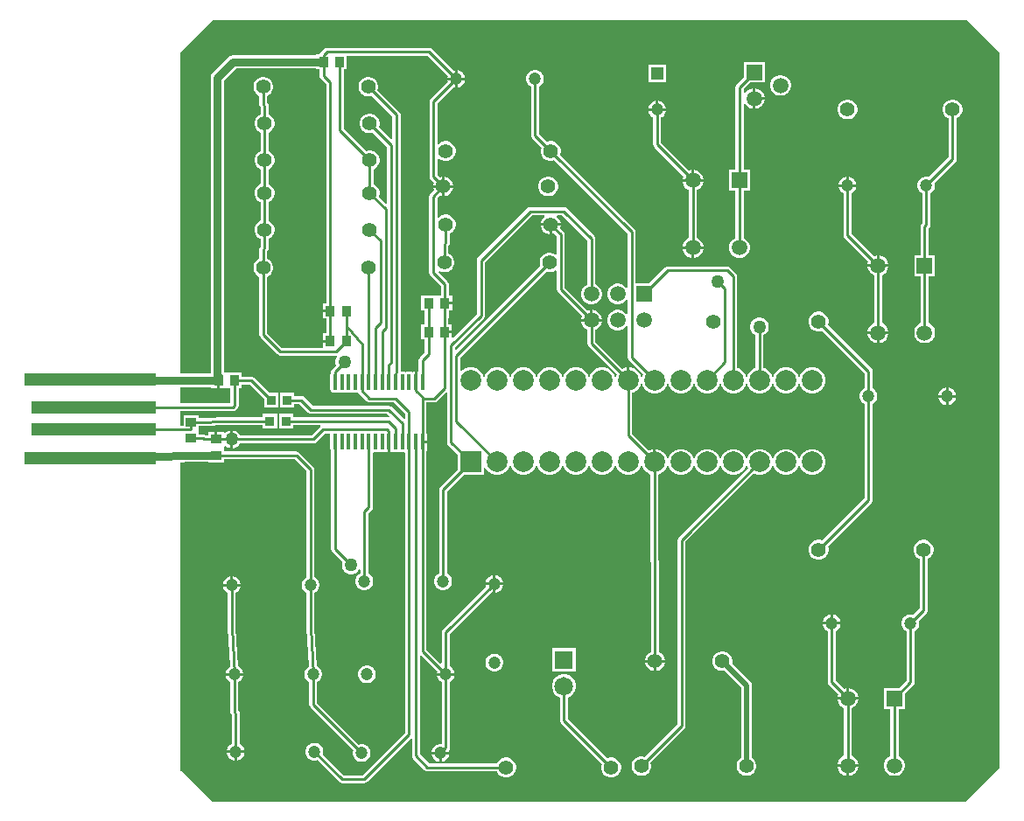
<source format=gtl>
G04*
G04 #@! TF.GenerationSoftware,Altium Limited,Altium Designer,24.10.1 (45)*
G04*
G04 Layer_Physical_Order=1*
G04 Layer_Color=255*
%FSLAX44Y44*%
%MOMM*%
G71*
G04*
G04 #@! TF.SameCoordinates,03EB8B32-1028-4CD5-B254-22B402A092A0*
G04*
G04*
G04 #@! TF.FilePolarity,Positive*
G04*
G01*
G75*
%ADD14C,0.2540*%
%ADD16R,0.9200X0.9800*%
%ADD17R,0.9800X0.9200*%
%ADD18R,0.8700X0.9300*%
G04:AMPARAMS|DCode=19|XSize=1.5mm|YSize=0.41mm|CornerRadius=0.0513mm|HoleSize=0mm|Usage=FLASHONLY|Rotation=270.000|XOffset=0mm|YOffset=0mm|HoleType=Round|Shape=RoundedRectangle|*
%AMROUNDEDRECTD19*
21,1,1.5000,0.3075,0,0,270.0*
21,1,1.3975,0.4100,0,0,270.0*
1,1,0.1025,-0.1538,-0.6988*
1,1,0.1025,-0.1538,0.6988*
1,1,0.1025,0.1538,0.6988*
1,1,0.1025,0.1538,-0.6988*
%
%ADD19ROUNDEDRECTD19*%
%ADD20R,12.0650X1.2700*%
%ADD21R,12.7000X1.2700*%
%ADD43C,0.7620*%
%ADD44C,0.5080*%
%ADD45C,1.5080*%
%ADD46R,1.5080X1.5080*%
%ADD47C,1.2000*%
%ADD48C,1.4000*%
%ADD49C,1.5000*%
%ADD50R,1.5000X1.5000*%
%ADD51R,1.2000X1.2000*%
%ADD52C,1.8150*%
%ADD53R,1.8150X1.8150*%
%ADD54C,1.4080*%
%ADD55R,1.4986X1.4986*%
%ADD56C,1.4986*%
%ADD57R,2.0000X2.0000*%
%ADD58C,2.0000*%
%ADD59C,1.2700*%
G36*
X1244600Y1033780D02*
Y341630D01*
X1211580Y308610D01*
X482600D01*
X453390Y337820D01*
X452120D01*
Y637092D01*
X459757Y637285D01*
X478970D01*
Y636620D01*
X493850D01*
Y639875D01*
X562401D01*
X573965Y628311D01*
Y525778D01*
X572606Y524994D01*
X571016Y523404D01*
X569892Y521456D01*
X569310Y519284D01*
Y517036D01*
X569892Y514864D01*
X571016Y512916D01*
X572606Y511326D01*
X573965Y510542D01*
Y477520D01*
X573987Y477413D01*
X573971Y477304D01*
X576089Y439178D01*
X575146Y438634D01*
X573556Y437044D01*
X572432Y435096D01*
X571850Y432924D01*
Y430676D01*
X572432Y428504D01*
X573556Y426556D01*
X575146Y424966D01*
X576505Y424182D01*
Y402590D01*
X576801Y401103D01*
X577643Y399843D01*
X619246Y358240D01*
X618840Y356724D01*
Y354476D01*
X619422Y352304D01*
X620546Y350356D01*
X622136Y348766D01*
X624084Y347642D01*
X626256Y347060D01*
X628504D01*
X630676Y347642D01*
X632624Y348766D01*
X634214Y350356D01*
X635338Y352304D01*
X635920Y354476D01*
Y356724D01*
X635338Y358896D01*
X634214Y360844D01*
X632624Y362434D01*
X630676Y363558D01*
X628504Y364140D01*
X626256D01*
X624740Y363734D01*
X584275Y404199D01*
Y424182D01*
X585634Y424966D01*
X587224Y426556D01*
X588348Y428504D01*
X588930Y430676D01*
Y432924D01*
X588348Y435096D01*
X587224Y437044D01*
X585634Y438634D01*
X583844Y439667D01*
X581735Y477628D01*
Y510542D01*
X583094Y511326D01*
X584684Y512916D01*
X585808Y514864D01*
X586390Y517036D01*
Y519284D01*
X585808Y521456D01*
X584684Y523404D01*
X583094Y524994D01*
X581735Y525778D01*
Y629920D01*
X581439Y631407D01*
X580597Y632667D01*
X566757Y646507D01*
X565497Y647349D01*
X564010Y647645D01*
X493850D01*
Y650900D01*
X493850D01*
Y652120D01*
X494163Y652462D01*
X495770Y652568D01*
X496191Y652146D01*
X498219Y650976D01*
X500380Y650397D01*
Y659260D01*
Y668123D01*
X498219Y667544D01*
X496191Y666374D01*
X495120Y665302D01*
X493850Y665828D01*
Y666400D01*
X487680D01*
Y659260D01*
X485140D01*
Y666400D01*
X478970D01*
Y663145D01*
X476071D01*
X475197Y663729D01*
X473710Y664025D01*
X469720D01*
Y667280D01*
X469720D01*
Y668500D01*
X469720D01*
X469720Y668550D01*
Y671993D01*
X501712Y673025D01*
X531590D01*
Y669720D01*
X545370D01*
Y684100D01*
X531590D01*
Y680795D01*
X501650D01*
X501587Y680782D01*
X501525Y680793D01*
X470632Y679796D01*
X469720Y680679D01*
Y682780D01*
X454840D01*
Y672540D01*
X452120D01*
Y686360D01*
X502832D01*
X504319Y686656D01*
X505579Y687498D01*
X507067Y688986D01*
X507909Y690246D01*
X508205Y691733D01*
Y708840D01*
X511460D01*
Y712395D01*
X518911D01*
X532680Y698626D01*
Y690040D01*
X546460D01*
Y704420D01*
X537874D01*
X523267Y719027D01*
X522007Y719869D01*
X520520Y720165D01*
X511460D01*
Y723720D01*
X497180D01*
Y723720D01*
X495960D01*
Y723720D01*
X494154D01*
Y1006968D01*
X505602Y1018416D01*
X583280D01*
Y1017450D01*
X586535D01*
Y1011304D01*
X586831Y1009818D01*
X587673Y1008557D01*
X592885Y1003345D01*
Y791030D01*
X589630D01*
Y784860D01*
X596770D01*
Y782320D01*
X589630D01*
Y776150D01*
X592885D01*
Y768988D01*
X593015Y768334D01*
Y761820D01*
X589760D01*
Y755650D01*
X596900D01*
Y753110D01*
X589760D01*
Y748105D01*
X550249D01*
X536015Y762339D01*
Y816727D01*
X537988Y817866D01*
X539764Y819642D01*
X541020Y821818D01*
X541670Y824244D01*
Y826756D01*
X541020Y829182D01*
X539764Y831358D01*
X537988Y833134D01*
X536015Y834273D01*
Y841671D01*
X536147Y841803D01*
X536989Y843063D01*
X537285Y844550D01*
Y853557D01*
X539258Y854696D01*
X541034Y856472D01*
X542290Y858648D01*
X542940Y861074D01*
Y863586D01*
X542290Y866012D01*
X541034Y868188D01*
X539258Y869964D01*
X537285Y871103D01*
Y889117D01*
X539258Y890256D01*
X541034Y892032D01*
X542290Y894208D01*
X542940Y896634D01*
Y899146D01*
X542290Y901572D01*
X541034Y903748D01*
X539258Y905524D01*
X537285Y906663D01*
Y920867D01*
X539258Y922006D01*
X541034Y923782D01*
X542290Y925958D01*
X542940Y928384D01*
Y930896D01*
X542290Y933322D01*
X541034Y935498D01*
X539258Y937274D01*
X537285Y938413D01*
Y956427D01*
X539258Y957566D01*
X541034Y959342D01*
X542290Y961518D01*
X542940Y963944D01*
Y966456D01*
X542290Y968882D01*
X541034Y971058D01*
X539258Y972834D01*
X537285Y973973D01*
Y982218D01*
X536989Y983705D01*
X536147Y984965D01*
X536015Y985097D01*
Y991987D01*
X537988Y993126D01*
X539764Y994902D01*
X541020Y997078D01*
X541670Y999504D01*
Y1002016D01*
X541020Y1004442D01*
X539764Y1006618D01*
X537988Y1008394D01*
X535812Y1009650D01*
X533386Y1010300D01*
X530874D01*
X528448Y1009650D01*
X526272Y1008394D01*
X524496Y1006618D01*
X523240Y1004442D01*
X522590Y1002016D01*
Y999504D01*
X523240Y997078D01*
X524496Y994902D01*
X526272Y993126D01*
X528245Y991987D01*
Y983488D01*
X528541Y982001D01*
X529383Y980741D01*
X529515Y980609D01*
Y973973D01*
X527542Y972834D01*
X525766Y971058D01*
X524510Y968882D01*
X523860Y966456D01*
Y963944D01*
X524510Y961518D01*
X525766Y959342D01*
X527542Y957566D01*
X529515Y956427D01*
Y938413D01*
X527542Y937274D01*
X525766Y935498D01*
X524510Y933322D01*
X523860Y930896D01*
Y928384D01*
X524510Y925958D01*
X525766Y923782D01*
X527542Y922006D01*
X529515Y920867D01*
Y906663D01*
X527542Y905524D01*
X525766Y903748D01*
X524510Y901572D01*
X523860Y899146D01*
Y896634D01*
X524510Y894208D01*
X525766Y892032D01*
X527542Y890256D01*
X529515Y889117D01*
Y871103D01*
X527542Y869964D01*
X525766Y868188D01*
X524510Y866012D01*
X523860Y863586D01*
Y861074D01*
X524510Y858648D01*
X525766Y856472D01*
X527542Y854696D01*
X529515Y853557D01*
Y846159D01*
X529383Y846027D01*
X528541Y844767D01*
X528245Y843280D01*
Y834273D01*
X526272Y833134D01*
X524496Y831358D01*
X523240Y829182D01*
X522590Y826756D01*
Y824244D01*
X523240Y821818D01*
X524496Y819642D01*
X526272Y817866D01*
X528245Y816727D01*
Y760730D01*
X528541Y759243D01*
X529383Y757983D01*
X545893Y741473D01*
X547153Y740631D01*
X548640Y740335D01*
X602240D01*
X602910Y740469D01*
X603360Y739963D01*
X603641Y739319D01*
X602586Y737491D01*
X601980Y735230D01*
Y732890D01*
X602450Y731134D01*
X598893Y727577D01*
X598051Y726317D01*
X597756Y724830D01*
Y723619D01*
X597227Y722828D01*
X596990Y721637D01*
Y707662D01*
X597227Y706471D01*
X597902Y705462D01*
X598912Y704787D01*
X600103Y704550D01*
X603178D01*
X604369Y704787D01*
X604890Y705135D01*
X605411Y704787D01*
X606603Y704550D01*
X609678D01*
X610868Y704787D01*
X611390Y705135D01*
X611911Y704787D01*
X613102Y704550D01*
X616177D01*
X617368Y704787D01*
X617890Y705135D01*
X618412Y704787D01*
X619603Y704550D01*
X622678D01*
X623869Y704787D01*
X624033Y704719D01*
X624051Y704627D01*
X624893Y703367D01*
X632253Y696007D01*
X633513Y695165D01*
X635000Y694869D01*
X658791D01*
X669256Y684405D01*
Y679272D01*
X668082Y678786D01*
X656289Y690579D01*
X655029Y691421D01*
X653542Y691717D01*
X579967D01*
X571707Y699977D01*
X570447Y700819D01*
X568960Y701115D01*
X562060D01*
Y704420D01*
X548280D01*
Y690040D01*
X562060D01*
Y693345D01*
X567351D01*
X575611Y685085D01*
X576871Y684243D01*
X578358Y683947D01*
X651933D01*
X653929Y681952D01*
X653303Y680781D01*
X653236Y680795D01*
X560970D01*
Y684100D01*
X547190D01*
Y669720D01*
X560970D01*
Y673025D01*
X587249D01*
X587634Y671755D01*
X587295Y671529D01*
X578911Y663145D01*
X509673D01*
X508764Y664719D01*
X507109Y666374D01*
X505081Y667544D01*
X502920Y668123D01*
Y659260D01*
Y650397D01*
X505081Y650976D01*
X507109Y652146D01*
X508764Y653801D01*
X509673Y655375D01*
X580520D01*
X582007Y655671D01*
X583267Y656513D01*
X591651Y664897D01*
X596203D01*
X596990Y663938D01*
Y649963D01*
X597227Y648772D01*
X597756Y647981D01*
Y552790D01*
X598051Y551303D01*
X598893Y550043D01*
X608546Y540390D01*
X608076Y538634D01*
Y536294D01*
X608682Y534033D01*
X609852Y532005D01*
X611507Y530350D01*
X613535Y529180D01*
X615796Y528574D01*
X618136D01*
X620397Y529180D01*
X622425Y530350D01*
X624080Y532005D01*
X624765Y533193D01*
X626035Y532853D01*
Y529588D01*
X624676Y528804D01*
X623086Y527214D01*
X621962Y525266D01*
X621380Y523094D01*
Y520846D01*
X621962Y518674D01*
X623086Y516726D01*
X624676Y515136D01*
X626624Y514012D01*
X628796Y513430D01*
X631044D01*
X633216Y514012D01*
X635164Y515136D01*
X636754Y516726D01*
X637878Y518674D01*
X638460Y520846D01*
Y523094D01*
X637878Y525266D01*
X636754Y527214D01*
X635164Y528804D01*
X633805Y529588D01*
Y587671D01*
X636887Y590753D01*
X637729Y592013D01*
X638025Y593500D01*
Y646064D01*
X639006Y646870D01*
X639102Y646850D01*
X642177D01*
X643368Y647087D01*
X643890Y647436D01*
X644412Y647087D01*
X645603Y646850D01*
X648678D01*
X649869Y647087D01*
X650390Y647436D01*
X650911Y647087D01*
X652103Y646850D01*
X652370D01*
Y656950D01*
X654910D01*
Y646850D01*
X655178D01*
X656369Y647087D01*
X656890Y647436D01*
X657411Y647087D01*
X658602Y646850D01*
X661677D01*
X662868Y647087D01*
X663390Y647436D01*
X663911Y647087D01*
X665102Y646850D01*
X668177D01*
X668274Y646870D01*
X669256Y646064D01*
Y375029D01*
X628311Y334085D01*
X609939D01*
X589794Y354230D01*
X590200Y355746D01*
Y357994D01*
X589618Y360166D01*
X588494Y362114D01*
X586904Y363704D01*
X584956Y364828D01*
X582784Y365410D01*
X580536D01*
X578364Y364828D01*
X576416Y363704D01*
X574826Y362114D01*
X573702Y360166D01*
X573120Y357994D01*
Y355746D01*
X573702Y353574D01*
X574826Y351626D01*
X576416Y350036D01*
X578364Y348912D01*
X580536Y348330D01*
X582784D01*
X584300Y348736D01*
X605583Y327453D01*
X606843Y326611D01*
X608330Y326315D01*
X629920D01*
X631407Y326611D01*
X632667Y327453D01*
X674582Y369368D01*
X675755Y368882D01*
Y352870D01*
X676051Y351383D01*
X676893Y350123D01*
X688133Y338883D01*
X689393Y338041D01*
X690880Y337745D01*
X758307D01*
X759446Y335772D01*
X761222Y333996D01*
X763398Y332740D01*
X765824Y332090D01*
X768336D01*
X770762Y332740D01*
X772938Y333996D01*
X774714Y335772D01*
X775970Y337948D01*
X776620Y340374D01*
Y342886D01*
X775970Y345312D01*
X774714Y347488D01*
X772938Y349264D01*
X770762Y350520D01*
X768336Y351170D01*
X765824D01*
X763398Y350520D01*
X761222Y349264D01*
X759446Y347488D01*
X758307Y345515D01*
X692489D01*
X683525Y354479D01*
Y449782D01*
X684698Y450268D01*
X700526Y434440D01*
X700159Y433070D01*
X708660D01*
X717161D01*
X716618Y435096D01*
X715494Y437044D01*
X713904Y438634D01*
X712545Y439418D01*
Y470831D01*
X753010Y511296D01*
X754380Y510929D01*
Y518160D01*
X747149D01*
X747516Y516790D01*
X705913Y475187D01*
X705071Y473927D01*
X704775Y472440D01*
Y442838D01*
X703602Y442352D01*
X690024Y455929D01*
Y647981D01*
X690553Y648772D01*
X690790Y649963D01*
Y655680D01*
X686140D01*
Y658220D01*
X690790D01*
Y663938D01*
X690553Y665129D01*
X690024Y665919D01*
Y695123D01*
X697484D01*
X698971Y695419D01*
X700231Y696261D01*
X708682Y704712D01*
X709855Y704226D01*
Y656360D01*
X710151Y654873D01*
X710993Y653613D01*
X720250Y644356D01*
Y630264D01*
X703373Y613387D01*
X702531Y612127D01*
X702235Y610640D01*
Y529588D01*
X700876Y528804D01*
X699286Y527214D01*
X698162Y525266D01*
X697580Y523094D01*
Y520846D01*
X698162Y518674D01*
X699286Y516726D01*
X700876Y515136D01*
X702824Y514012D01*
X704996Y513430D01*
X707244D01*
X709416Y514012D01*
X711364Y515136D01*
X712954Y516726D01*
X714078Y518674D01*
X714660Y520846D01*
Y523094D01*
X714078Y525266D01*
X712954Y527214D01*
X711364Y528804D01*
X710005Y529588D01*
Y609031D01*
X725744Y624770D01*
X745330D01*
Y631428D01*
X745546Y631591D01*
X747207Y631253D01*
X748156Y629610D01*
X750490Y627275D01*
X753350Y625625D01*
X756539Y624770D01*
X759841D01*
X763030Y625625D01*
X765890Y627275D01*
X768224Y629610D01*
X769875Y632470D01*
X770233Y633803D01*
X771547D01*
X771905Y632470D01*
X773556Y629610D01*
X775890Y627275D01*
X778750Y625625D01*
X781939Y624770D01*
X785241D01*
X788430Y625625D01*
X791290Y627275D01*
X793624Y629610D01*
X795275Y632470D01*
X795633Y633803D01*
X796947D01*
X797305Y632470D01*
X798956Y629610D01*
X801290Y627275D01*
X804150Y625625D01*
X807339Y624770D01*
X810641D01*
X813830Y625625D01*
X816690Y627275D01*
X819025Y629610D01*
X820675Y632470D01*
X821033Y633803D01*
X822347D01*
X822705Y632470D01*
X824355Y629610D01*
X826690Y627275D01*
X829550Y625625D01*
X832739Y624770D01*
X836041D01*
X839230Y625625D01*
X842090Y627275D01*
X844425Y629610D01*
X846075Y632470D01*
X846433Y633803D01*
X847747D01*
X848105Y632470D01*
X849755Y629610D01*
X852090Y627275D01*
X854950Y625625D01*
X858139Y624770D01*
X861441D01*
X864630Y625625D01*
X867490Y627275D01*
X869825Y629610D01*
X871475Y632470D01*
X871833Y633803D01*
X873147D01*
X873505Y632470D01*
X875155Y629610D01*
X877490Y627275D01*
X880350Y625625D01*
X883539Y624770D01*
X886841D01*
X890030Y625625D01*
X892890Y627275D01*
X895225Y629610D01*
X896875Y632470D01*
X897233Y633803D01*
X898547D01*
X898905Y632470D01*
X900555Y629610D01*
X902890Y627275D01*
X905750Y625625D01*
X906705Y625368D01*
Y541032D01*
X907001Y539546D01*
X907225Y539210D01*
Y453319D01*
X905228Y452166D01*
X903444Y450382D01*
X902183Y448198D01*
X901533Y445770D01*
X911110D01*
X920688D01*
X920037Y448198D01*
X918776Y450382D01*
X916992Y452166D01*
X914995Y453319D01*
Y540512D01*
X914699Y541999D01*
X914475Y542335D01*
Y625368D01*
X915430Y625625D01*
X918290Y627275D01*
X920624Y629610D01*
X922275Y632470D01*
X922633Y633803D01*
X923947D01*
X924305Y632470D01*
X925956Y629610D01*
X928290Y627275D01*
X931150Y625625D01*
X934339Y624770D01*
X937641D01*
X940830Y625625D01*
X943690Y627275D01*
X946024Y629610D01*
X947675Y632470D01*
X948033Y633803D01*
X949347D01*
X949705Y632470D01*
X951356Y629610D01*
X953690Y627275D01*
X956550Y625625D01*
X959739Y624770D01*
X963041D01*
X966230Y625625D01*
X969090Y627275D01*
X971424Y629610D01*
X973075Y632470D01*
X973433Y633803D01*
X974747D01*
X975105Y632470D01*
X976756Y629610D01*
X979090Y627275D01*
X981950Y625625D01*
X985139Y624770D01*
X988441D01*
X991630Y625625D01*
X994490Y627275D01*
X996824Y629610D01*
X998475Y632470D01*
X998833Y633803D01*
X1000147D01*
X1000505Y632470D01*
X1000999Y631613D01*
X934005Y564619D01*
X933163Y563358D01*
X932867Y561872D01*
Y383371D01*
X901347Y351850D01*
X899146Y352440D01*
X896634D01*
X894208Y351790D01*
X892032Y350534D01*
X890256Y348758D01*
X889000Y346582D01*
X888350Y344156D01*
Y341644D01*
X889000Y339218D01*
X890256Y337042D01*
X892032Y335266D01*
X894208Y334010D01*
X896634Y333360D01*
X899146D01*
X901572Y334010D01*
X903748Y335266D01*
X905524Y337042D01*
X906780Y339218D01*
X907430Y341644D01*
Y344156D01*
X906840Y346357D01*
X939499Y379015D01*
X940341Y380275D01*
X940637Y381762D01*
Y560263D01*
X1006493Y626119D01*
X1007350Y625625D01*
X1010539Y624770D01*
X1013841D01*
X1017030Y625625D01*
X1019890Y627275D01*
X1022225Y629610D01*
X1023875Y632470D01*
X1024233Y633803D01*
X1025547D01*
X1025905Y632470D01*
X1027555Y629610D01*
X1029890Y627275D01*
X1032750Y625625D01*
X1035939Y624770D01*
X1039241D01*
X1042430Y625625D01*
X1045290Y627275D01*
X1047625Y629610D01*
X1049275Y632470D01*
X1049633Y633803D01*
X1050947D01*
X1051305Y632470D01*
X1052955Y629610D01*
X1055290Y627275D01*
X1058150Y625625D01*
X1061339Y624770D01*
X1064641D01*
X1067830Y625625D01*
X1070690Y627275D01*
X1073025Y629610D01*
X1074675Y632470D01*
X1075530Y635659D01*
Y638961D01*
X1074675Y642150D01*
X1073025Y645010D01*
X1070690Y647344D01*
X1067830Y648995D01*
X1064641Y649850D01*
X1061339D01*
X1058150Y648995D01*
X1055290Y647344D01*
X1052955Y645010D01*
X1051305Y642150D01*
X1050947Y640817D01*
X1049633D01*
X1049275Y642150D01*
X1047625Y645010D01*
X1045290Y647344D01*
X1042430Y648995D01*
X1039241Y649850D01*
X1035939D01*
X1032750Y648995D01*
X1029890Y647344D01*
X1027555Y645010D01*
X1025905Y642150D01*
X1025547Y640817D01*
X1024233D01*
X1023875Y642150D01*
X1022225Y645010D01*
X1019890Y647344D01*
X1017030Y648995D01*
X1013841Y649850D01*
X1010539D01*
X1007350Y648995D01*
X1004490Y647344D01*
X1002156Y645010D01*
X1000505Y642150D01*
X1000147Y640817D01*
X998833D01*
X998475Y642150D01*
X996824Y645010D01*
X994490Y647344D01*
X991630Y648995D01*
X988441Y649850D01*
X985139D01*
X981950Y648995D01*
X979090Y647344D01*
X976756Y645010D01*
X975105Y642150D01*
X974747Y640817D01*
X973433D01*
X973075Y642150D01*
X971424Y645010D01*
X969090Y647344D01*
X966230Y648995D01*
X963041Y649850D01*
X959739D01*
X956550Y648995D01*
X953690Y647344D01*
X951356Y645010D01*
X949705Y642150D01*
X949347Y640817D01*
X948033D01*
X947675Y642150D01*
X946024Y645010D01*
X943690Y647344D01*
X940830Y648995D01*
X937641Y649850D01*
X934339D01*
X931150Y648995D01*
X928290Y647344D01*
X925956Y645010D01*
X924305Y642150D01*
X923947Y640817D01*
X922633D01*
X922275Y642150D01*
X920624Y645010D01*
X918290Y647344D01*
X915430Y648995D01*
X912241Y649850D01*
X911860D01*
Y637310D01*
X909320D01*
Y649850D01*
X908939D01*
X905750Y648995D01*
X904893Y648501D01*
X889075Y664319D01*
Y704569D01*
X890030Y704825D01*
X892890Y706476D01*
X895225Y708810D01*
X896875Y711670D01*
X897233Y713003D01*
X898547D01*
X898905Y711670D01*
X900555Y708810D01*
X902890Y706476D01*
X905750Y704825D01*
X908939Y703970D01*
X912241D01*
X915430Y704825D01*
X918290Y706476D01*
X920624Y708810D01*
X922275Y711670D01*
X922633Y713003D01*
X923947D01*
X924305Y711670D01*
X925956Y708810D01*
X928290Y706476D01*
X931150Y704825D01*
X934339Y703970D01*
X937641D01*
X940830Y704825D01*
X943690Y706476D01*
X946024Y708810D01*
X947675Y711670D01*
X948033Y713003D01*
X949347D01*
X949705Y711670D01*
X951356Y708810D01*
X953690Y706476D01*
X956550Y704825D01*
X959739Y703970D01*
X963041D01*
X966230Y704825D01*
X969090Y706476D01*
X971424Y708810D01*
X973075Y711670D01*
X973433Y713003D01*
X974747D01*
X975105Y711670D01*
X976756Y708810D01*
X979090Y706476D01*
X981950Y704825D01*
X985139Y703970D01*
X988441D01*
X991630Y704825D01*
X994490Y706476D01*
X996824Y708810D01*
X998475Y711670D01*
X998833Y713003D01*
X1000147D01*
X1000505Y711670D01*
X1002156Y708810D01*
X1004490Y706476D01*
X1007350Y704825D01*
X1010539Y703970D01*
X1013841D01*
X1017030Y704825D01*
X1019890Y706476D01*
X1022225Y708810D01*
X1023875Y711670D01*
X1024233Y713003D01*
X1025547D01*
X1025905Y711670D01*
X1027555Y708810D01*
X1029890Y706476D01*
X1032750Y704825D01*
X1035939Y703970D01*
X1039241D01*
X1042430Y704825D01*
X1045290Y706476D01*
X1047625Y708810D01*
X1049275Y711670D01*
X1049633Y713003D01*
X1050947D01*
X1051305Y711670D01*
X1052955Y708810D01*
X1055290Y706476D01*
X1058150Y704825D01*
X1061339Y703970D01*
X1064641D01*
X1067830Y704825D01*
X1070690Y706476D01*
X1073025Y708810D01*
X1074675Y711670D01*
X1075530Y714859D01*
Y718161D01*
X1074675Y721350D01*
X1073025Y724210D01*
X1070690Y726545D01*
X1067830Y728195D01*
X1064641Y729050D01*
X1061339D01*
X1058150Y728195D01*
X1055290Y726545D01*
X1052955Y724210D01*
X1051305Y721350D01*
X1050947Y720017D01*
X1049633D01*
X1049275Y721350D01*
X1047625Y724210D01*
X1045290Y726545D01*
X1042430Y728195D01*
X1039241Y729050D01*
X1035939D01*
X1032750Y728195D01*
X1029890Y726545D01*
X1027555Y724210D01*
X1025905Y721350D01*
X1025547Y720017D01*
X1024233D01*
X1023875Y721350D01*
X1022225Y724210D01*
X1019890Y726545D01*
X1017030Y728195D01*
X1016075Y728452D01*
Y760328D01*
X1017649Y761236D01*
X1019304Y762891D01*
X1020474Y764919D01*
X1021080Y767180D01*
Y769520D01*
X1020474Y771781D01*
X1019304Y773809D01*
X1017649Y775464D01*
X1015621Y776634D01*
X1013360Y777240D01*
X1011020D01*
X1008759Y776634D01*
X1006731Y775464D01*
X1005076Y773809D01*
X1003906Y771781D01*
X1003300Y769520D01*
Y767180D01*
X1003906Y764919D01*
X1005076Y762891D01*
X1006731Y761236D01*
X1008305Y760328D01*
Y728452D01*
X1007350Y728195D01*
X1004490Y726545D01*
X1002156Y724210D01*
X1000505Y721350D01*
X1000147Y720017D01*
X998833D01*
X998475Y721350D01*
X996824Y724210D01*
X994490Y726545D01*
X991630Y728195D01*
X990675Y728452D01*
Y816864D01*
X990379Y818351D01*
X989537Y819611D01*
X983441Y825707D01*
X982181Y826549D01*
X980694Y826845D01*
X923290D01*
X921803Y826549D01*
X920543Y825707D01*
X904976Y810140D01*
X892377D01*
Y860298D01*
X892081Y861785D01*
X891239Y863045D01*
X819210Y935073D01*
X819800Y937274D01*
Y939786D01*
X819150Y942212D01*
X817894Y944388D01*
X816118Y946164D01*
X813942Y947420D01*
X811516Y948070D01*
X809004D01*
X806803Y947480D01*
X798905Y955379D01*
Y1000762D01*
X800264Y1001546D01*
X801854Y1003136D01*
X802978Y1005084D01*
X803560Y1007256D01*
Y1009504D01*
X802978Y1011676D01*
X801854Y1013624D01*
X800264Y1015214D01*
X798316Y1016338D01*
X796144Y1016920D01*
X793896D01*
X791724Y1016338D01*
X789776Y1015214D01*
X788186Y1013624D01*
X787062Y1011676D01*
X786480Y1009504D01*
Y1007256D01*
X787062Y1005084D01*
X788186Y1003136D01*
X789776Y1001546D01*
X791135Y1000762D01*
Y953770D01*
X791431Y952283D01*
X792273Y951023D01*
X801310Y941987D01*
X800720Y939786D01*
Y937274D01*
X801370Y934848D01*
X802626Y932672D01*
X804402Y930896D01*
X806578Y929640D01*
X809004Y928990D01*
X811516D01*
X813717Y929580D01*
X884607Y858689D01*
Y806132D01*
X883337Y805791D01*
X883064Y806265D01*
X881195Y808134D01*
X878905Y809456D01*
X876352Y810140D01*
X873708D01*
X871155Y809456D01*
X868865Y808134D01*
X866996Y806265D01*
X865674Y803975D01*
X864990Y801422D01*
Y798778D01*
X865674Y796225D01*
X866996Y793935D01*
X868865Y792066D01*
X871155Y790744D01*
X873708Y790060D01*
X876352D01*
X878905Y790744D01*
X881195Y792066D01*
X883064Y793935D01*
X883337Y794409D01*
X884607Y794068D01*
Y780732D01*
X883337Y780391D01*
X883064Y780865D01*
X881195Y782734D01*
X878905Y784056D01*
X876352Y784740D01*
X873708D01*
X871155Y784056D01*
X868865Y782734D01*
X866996Y780865D01*
X865674Y778575D01*
X864990Y776022D01*
Y773378D01*
X865674Y770825D01*
X866996Y768535D01*
X868865Y766666D01*
X871155Y765344D01*
X873708Y764660D01*
X876352D01*
X878905Y765344D01*
X881195Y766666D01*
X883064Y768535D01*
X883337Y769009D01*
X884607Y768668D01*
Y738608D01*
X884903Y737122D01*
X885745Y735861D01*
X899399Y722207D01*
X898905Y721350D01*
X898547Y720017D01*
X897233D01*
X896875Y721350D01*
X895225Y724210D01*
X892890Y726545D01*
X890030Y728195D01*
X886841Y729050D01*
X886460D01*
Y716510D01*
X883920D01*
Y729050D01*
X883539D01*
X880350Y728195D01*
X879493Y727701D01*
X853515Y753679D01*
Y765350D01*
X855795Y766666D01*
X857664Y768535D01*
X858986Y770825D01*
X859670Y773378D01*
Y773430D01*
X849630D01*
X839590D01*
Y773378D01*
X840274Y770825D01*
X841596Y768535D01*
X843465Y766666D01*
X845745Y765350D01*
Y752070D01*
X846041Y750583D01*
X846883Y749323D01*
X873999Y722207D01*
X873505Y721350D01*
X873147Y720017D01*
X871833D01*
X871475Y721350D01*
X869825Y724210D01*
X867490Y726545D01*
X864630Y728195D01*
X861441Y729050D01*
X858139D01*
X854950Y728195D01*
X852090Y726545D01*
X849755Y724210D01*
X848105Y721350D01*
X847747Y720017D01*
X846433D01*
X846075Y721350D01*
X844425Y724210D01*
X842090Y726545D01*
X839230Y728195D01*
X836041Y729050D01*
X832739D01*
X829550Y728195D01*
X826690Y726545D01*
X824355Y724210D01*
X822705Y721350D01*
X822347Y720017D01*
X821033D01*
X820675Y721350D01*
X819025Y724210D01*
X816690Y726545D01*
X813830Y728195D01*
X810641Y729050D01*
X807339D01*
X804150Y728195D01*
X801290Y726545D01*
X798956Y724210D01*
X797305Y721350D01*
X796947Y720017D01*
X795633D01*
X795275Y721350D01*
X793624Y724210D01*
X791290Y726545D01*
X788430Y728195D01*
X785241Y729050D01*
X781939D01*
X778750Y728195D01*
X775890Y726545D01*
X773556Y724210D01*
X771905Y721350D01*
X771547Y720017D01*
X770233D01*
X769875Y721350D01*
X768224Y724210D01*
X765890Y726545D01*
X763030Y728195D01*
X759841Y729050D01*
X756539D01*
X753350Y728195D01*
X750490Y726545D01*
X748156Y724210D01*
X746505Y721350D01*
X746147Y720017D01*
X744833D01*
X744475Y721350D01*
X742824Y724210D01*
X740490Y726545D01*
X737630Y728195D01*
X734441Y729050D01*
X731139D01*
X727950Y728195D01*
X725090Y726545D01*
X723975Y725429D01*
X722705Y725955D01*
Y738801D01*
X805533Y821630D01*
X807734Y821040D01*
X810246D01*
X812672Y821690D01*
X814757Y822894D01*
X815422Y822717D01*
X816027Y822466D01*
Y804418D01*
X816323Y802931D01*
X817165Y801671D01*
X840271Y778565D01*
X839590Y776022D01*
Y775970D01*
X848360D01*
Y784740D01*
X848308D01*
X845765Y784059D01*
X823797Y806027D01*
Y857758D01*
X823501Y859245D01*
X822659Y860505D01*
X819210Y863953D01*
X819796Y866140D01*
X811530D01*
Y857874D01*
X813717Y858460D01*
X816027Y856149D01*
Y838694D01*
X815422Y838443D01*
X814757Y838266D01*
X812672Y839470D01*
X810246Y840120D01*
X807734D01*
X805308Y839470D01*
X803132Y838214D01*
X801356Y836438D01*
X800100Y834262D01*
X799450Y831836D01*
Y829324D01*
X800040Y827123D01*
X718798Y745882D01*
X717625Y746368D01*
Y748707D01*
X745443Y776525D01*
X746285Y777785D01*
X746581Y779272D01*
Y831003D01*
X791803Y876225D01*
X804086D01*
X804248Y875618D01*
X804314Y874955D01*
X802626Y873268D01*
X801370Y871092D01*
X800724Y868680D01*
X810260D01*
X819796D01*
X819150Y871092D01*
X817894Y873268D01*
X816206Y874955D01*
X816272Y875618D01*
X816434Y876225D01*
X821351D01*
X845745Y851831D01*
Y809450D01*
X843465Y808134D01*
X841596Y806265D01*
X840274Y803975D01*
X839590Y801422D01*
Y798778D01*
X840274Y796225D01*
X841596Y793935D01*
X843465Y792066D01*
X845755Y790744D01*
X848308Y790060D01*
X850952D01*
X853505Y790744D01*
X855795Y792066D01*
X857664Y793935D01*
X858986Y796225D01*
X859670Y798778D01*
Y801422D01*
X858986Y803975D01*
X857664Y806265D01*
X855795Y808134D01*
X853515Y809450D01*
Y853440D01*
X853219Y854927D01*
X852377Y856187D01*
X825707Y882857D01*
X824447Y883699D01*
X822960Y883995D01*
X790194D01*
X788707Y883699D01*
X787447Y882857D01*
X739949Y835359D01*
X739107Y834099D01*
X738811Y832612D01*
Y780881D01*
X715703Y757773D01*
X714530Y758259D01*
Y762000D01*
X707390D01*
Y764540D01*
X714530D01*
Y770710D01*
X711275D01*
Y775938D01*
X711535Y777246D01*
Y783770D01*
X714790D01*
Y789940D01*
X707650D01*
Y792480D01*
X714790D01*
Y798650D01*
X711535D01*
Y809498D01*
X711239Y810985D01*
X710397Y812245D01*
X701199Y821442D01*
X701166Y821619D01*
X701185Y821680D01*
X702701Y822271D01*
X703708Y821690D01*
X706134Y821040D01*
X708646D01*
X711072Y821690D01*
X713248Y822946D01*
X715024Y824722D01*
X716280Y826898D01*
X716930Y829324D01*
Y831836D01*
X716280Y834262D01*
X715024Y836438D01*
X713248Y838214D01*
X711275Y839353D01*
Y846751D01*
X711407Y846883D01*
X712249Y848143D01*
X712545Y849630D01*
Y858637D01*
X714518Y859776D01*
X716294Y861552D01*
X717550Y863728D01*
X718200Y866154D01*
Y868666D01*
X717550Y871092D01*
X716294Y873268D01*
X714518Y875044D01*
X712342Y876300D01*
X709916Y876950D01*
X707404D01*
X704978Y876300D01*
X702802Y875044D01*
X701623Y873864D01*
X700353Y874390D01*
Y892979D01*
X702663Y895290D01*
X704850Y894704D01*
Y902970D01*
X696584D01*
X697170Y900783D01*
X693721Y897335D01*
X692879Y896075D01*
X692583Y894588D01*
Y820680D01*
X692879Y819193D01*
X693721Y817933D01*
X703765Y807889D01*
Y798650D01*
X700510D01*
Y798650D01*
X699290D01*
Y798650D01*
X685010D01*
Y783770D01*
X688265D01*
Y778294D01*
X688005Y776986D01*
Y770710D01*
X684750D01*
Y755830D01*
X688005D01*
Y743197D01*
X683393Y738585D01*
X682551Y737325D01*
X682255Y735838D01*
Y725536D01*
X681273Y724731D01*
X681178Y724750D01*
X680910D01*
Y714650D01*
X678370D01*
Y724750D01*
X678102D01*
X676911Y724513D01*
X676390Y724164D01*
X675869Y724513D01*
X674678Y724750D01*
X671603D01*
X670412Y724513D01*
X669890Y724164D01*
X669368Y724513D01*
X668177Y724750D01*
X665102D01*
X664793Y725004D01*
Y973582D01*
X664497Y975069D01*
X663655Y976329D01*
X642680Y997303D01*
X643270Y999504D01*
Y1002016D01*
X642620Y1004442D01*
X641364Y1006618D01*
X639588Y1008394D01*
X637412Y1009650D01*
X634986Y1010300D01*
X632474D01*
X630048Y1009650D01*
X627872Y1008394D01*
X626096Y1006618D01*
X624840Y1004442D01*
X624190Y1002016D01*
Y999504D01*
X624840Y997078D01*
X626096Y994902D01*
X627872Y993126D01*
X630048Y991870D01*
X632474Y991220D01*
X634986D01*
X637187Y991810D01*
X657023Y971973D01*
Y950330D01*
X655850Y949844D01*
X643950Y961743D01*
X644540Y963944D01*
Y966456D01*
X643890Y968882D01*
X642634Y971058D01*
X640858Y972834D01*
X638682Y974090D01*
X636256Y974740D01*
X633744D01*
X631318Y974090D01*
X629142Y972834D01*
X627366Y971058D01*
X626110Y968882D01*
X625460Y966456D01*
Y963944D01*
X626110Y961518D01*
X627366Y959342D01*
X629142Y957566D01*
X631318Y956310D01*
X633744Y955660D01*
X636256D01*
X638457Y956250D01*
X651943Y942763D01*
Y888100D01*
X650770Y887614D01*
X643950Y894433D01*
X644540Y896634D01*
Y899146D01*
X643890Y901572D01*
X642634Y903748D01*
X640858Y905524D01*
X638885Y906663D01*
Y920867D01*
X640858Y922006D01*
X642634Y923782D01*
X643890Y925958D01*
X644540Y928384D01*
Y930896D01*
X643890Y933322D01*
X642634Y935498D01*
X640858Y937274D01*
X638682Y938530D01*
X636256Y939180D01*
X633744D01*
X631543Y938590D01*
X609805Y960329D01*
Y1017450D01*
X613060D01*
Y1030657D01*
X691049D01*
X710686Y1011020D01*
X710319Y1009650D01*
X717550D01*
Y1016881D01*
X716180Y1016514D01*
X695405Y1037289D01*
X694145Y1038131D01*
X692658Y1038427D01*
X593722D01*
X592235Y1038131D01*
X590975Y1037289D01*
X587673Y1033987D01*
X586831Y1032727D01*
X586752Y1032330D01*
X583280D01*
Y1031364D01*
X502920D01*
X500442Y1030872D01*
X498342Y1029468D01*
X483102Y1014228D01*
X481698Y1012128D01*
X481206Y1009650D01*
Y722754D01*
X452120D01*
Y1033780D01*
X483870Y1065530D01*
X1212850D01*
X1244600Y1033780D01*
D02*
G37*
G36*
X490090Y708840D02*
X495960D01*
Y708840D01*
X497180D01*
Y708840D01*
X500435D01*
Y694130D01*
X452120D01*
Y709806D01*
X481680D01*
Y708840D01*
X487550D01*
Y716280D01*
X490090D01*
Y708840D01*
D02*
G37*
%LPC*%
G36*
X720090Y1016881D02*
Y1009650D01*
X727321D01*
X726778Y1011676D01*
X725654Y1013624D01*
X724064Y1015214D01*
X722116Y1016338D01*
X720090Y1016881D01*
D02*
G37*
G36*
X921670Y1022000D02*
X904590D01*
Y1004920D01*
X921670D01*
Y1022000D01*
D02*
G37*
G36*
X727321Y1007110D02*
X720090D01*
Y999879D01*
X722116Y1000422D01*
X724064Y1001546D01*
X725654Y1003136D01*
X726778Y1005084D01*
X727321Y1007110D01*
D02*
G37*
G36*
X717550D02*
X710319D01*
X710686Y1005740D01*
X693975Y989029D01*
X693133Y987769D01*
X692837Y986282D01*
Y913638D01*
X693133Y912151D01*
X693975Y910891D01*
X697170Y907697D01*
X696584Y905510D01*
X704850D01*
Y913776D01*
X702663Y913190D01*
X700607Y915247D01*
Y931296D01*
X701877Y931822D01*
X702802Y930896D01*
X704978Y929640D01*
X707404Y928990D01*
X709916D01*
X712342Y929640D01*
X714518Y930896D01*
X716294Y932672D01*
X717550Y934848D01*
X718200Y937274D01*
Y939786D01*
X717550Y942212D01*
X716294Y944388D01*
X714518Y946164D01*
X712342Y947420D01*
X709916Y948070D01*
X707404D01*
X704978Y947420D01*
X702802Y946164D01*
X701877Y945238D01*
X700607Y945764D01*
Y984673D01*
X716180Y1000246D01*
X717550Y999879D01*
Y1007110D01*
D02*
G37*
G36*
X1033831Y1012063D02*
X1031189D01*
X1028637Y1011379D01*
X1026350Y1010058D01*
X1024482Y1008190D01*
X1023161Y1005903D01*
X1022477Y1003351D01*
Y1000709D01*
X1023161Y998157D01*
X1024482Y995870D01*
X1026350Y994002D01*
X1028637Y992681D01*
X1031189Y991997D01*
X1033831D01*
X1036383Y992681D01*
X1038670Y994002D01*
X1040538Y995870D01*
X1041859Y998157D01*
X1042543Y1000709D01*
Y1003351D01*
X1041859Y1005903D01*
X1040538Y1008190D01*
X1038670Y1010058D01*
X1036383Y1011379D01*
X1033831Y1012063D01*
D02*
G37*
G36*
X1008431Y999363D02*
X1008380D01*
Y990600D01*
X1017143D01*
Y990651D01*
X1016459Y993203D01*
X1015138Y995490D01*
X1013270Y997358D01*
X1010983Y998679D01*
X1008431Y999363D01*
D02*
G37*
G36*
X914400Y986961D02*
Y979730D01*
X921631D01*
X921088Y981756D01*
X919964Y983704D01*
X918374Y985294D01*
X916426Y986418D01*
X914400Y986961D01*
D02*
G37*
G36*
X911860D02*
X909834Y986418D01*
X907886Y985294D01*
X906296Y983704D01*
X905172Y981756D01*
X904629Y979730D01*
X911860D01*
Y986961D01*
D02*
G37*
G36*
X1017143Y988060D02*
X1008380D01*
Y979297D01*
X1008431D01*
X1010983Y979981D01*
X1013270Y981302D01*
X1015138Y983170D01*
X1016459Y985457D01*
X1017143Y988009D01*
Y988060D01*
D02*
G37*
G36*
Y1024763D02*
X997077D01*
Y1010191D01*
X990033Y1003147D01*
X989191Y1001886D01*
X988895Y1000400D01*
Y920150D01*
X982700D01*
Y899990D01*
X988895D01*
Y854465D01*
X988889Y854463D01*
X986591Y853136D01*
X984714Y851259D01*
X983387Y848961D01*
X982700Y846397D01*
Y843743D01*
X983387Y841180D01*
X984714Y838881D01*
X986591Y837004D01*
X988889Y835677D01*
X991453Y834990D01*
X994107D01*
X996671Y835677D01*
X998969Y837004D01*
X1000846Y838881D01*
X1002173Y841180D01*
X1002860Y843743D01*
Y846397D01*
X1002173Y848961D01*
X1000846Y851259D01*
X998969Y853136D01*
X996671Y854463D01*
X996665Y854465D01*
Y899990D01*
X1002860D01*
Y920150D01*
X996665D01*
Y984816D01*
X997934Y985156D01*
X999082Y983170D01*
X1000950Y981302D01*
X1003237Y979981D01*
X1005789Y979297D01*
X1005840D01*
Y989330D01*
X1007110D01*
D01*
X1005840D01*
Y999363D01*
X1005789D01*
X1003237Y998679D01*
X1000950Y997358D01*
X999082Y995490D01*
X997934Y993503D01*
X996665Y993844D01*
Y998791D01*
X1002571Y1004697D01*
X1017143D01*
Y1024763D01*
D02*
G37*
G36*
X1098536Y988320D02*
X1096024D01*
X1093598Y987670D01*
X1091422Y986414D01*
X1089646Y984638D01*
X1088390Y982462D01*
X1087740Y980036D01*
Y977524D01*
X1088390Y975098D01*
X1089646Y972922D01*
X1091422Y971146D01*
X1093598Y969890D01*
X1096024Y969240D01*
X1098536D01*
X1100962Y969890D01*
X1103138Y971146D01*
X1104914Y972922D01*
X1106170Y975098D01*
X1106820Y977524D01*
Y980036D01*
X1106170Y982462D01*
X1104914Y984638D01*
X1103138Y986414D01*
X1100962Y987670D01*
X1098536Y988320D01*
D02*
G37*
G36*
X1200136D02*
X1197624D01*
X1195198Y987670D01*
X1193022Y986414D01*
X1191246Y984638D01*
X1189990Y982462D01*
X1189340Y980036D01*
Y977524D01*
X1189990Y975098D01*
X1191246Y972922D01*
X1193022Y971146D01*
X1194995Y970007D01*
Y932129D01*
X1176120Y913254D01*
X1174604Y913660D01*
X1172356D01*
X1170184Y913078D01*
X1168236Y911954D01*
X1166646Y910363D01*
X1165522Y908416D01*
X1164940Y906244D01*
Y903996D01*
X1165522Y901824D01*
X1166646Y899876D01*
X1168236Y898286D01*
X1169595Y897502D01*
Y868617D01*
X1169103Y868125D01*
X1168261Y866865D01*
X1167965Y865378D01*
Y837600D01*
X1161770D01*
Y817440D01*
X1167965D01*
Y771915D01*
X1167959Y771913D01*
X1165661Y770586D01*
X1163784Y768709D01*
X1162457Y766411D01*
X1161770Y763847D01*
Y761193D01*
X1162457Y758630D01*
X1163784Y756331D01*
X1165661Y754454D01*
X1167959Y753127D01*
X1170523Y752440D01*
X1173177D01*
X1175741Y753127D01*
X1178039Y754454D01*
X1179916Y756331D01*
X1181243Y758630D01*
X1181930Y761193D01*
Y763847D01*
X1181243Y766411D01*
X1179916Y768709D01*
X1178039Y770586D01*
X1175741Y771913D01*
X1175734Y771915D01*
Y817440D01*
X1181930D01*
Y837600D01*
X1175734D01*
Y863769D01*
X1176227Y864261D01*
X1177069Y865522D01*
X1177365Y867008D01*
Y897502D01*
X1178724Y898286D01*
X1180314Y899876D01*
X1181438Y901824D01*
X1182020Y903996D01*
Y906244D01*
X1181614Y907760D01*
X1201627Y927773D01*
X1202469Y929033D01*
X1202765Y930520D01*
Y970007D01*
X1204738Y971146D01*
X1206514Y972922D01*
X1207770Y975098D01*
X1208420Y977524D01*
Y980036D01*
X1207770Y982462D01*
X1206514Y984638D01*
X1204738Y986414D01*
X1202562Y987670D01*
X1200136Y988320D01*
D02*
G37*
G36*
X949107Y920150D02*
X949050D01*
Y911340D01*
X957860D01*
Y911397D01*
X957173Y913961D01*
X955846Y916260D01*
X953969Y918136D01*
X951670Y919463D01*
X949107Y920150D01*
D02*
G37*
G36*
X913130Y978460D02*
D01*
Y977190D01*
X904629D01*
X905172Y975163D01*
X906296Y973216D01*
X907886Y971626D01*
X909245Y970842D01*
Y944720D01*
X909541Y943233D01*
X910383Y941973D01*
X938390Y913967D01*
X938387Y913961D01*
X937700Y911397D01*
Y911340D01*
X946510D01*
Y920150D01*
X946453D01*
X943889Y919463D01*
X943884Y919460D01*
X917015Y946329D01*
Y970842D01*
X918374Y971626D01*
X919964Y973216D01*
X921088Y975163D01*
X921631Y977190D01*
X913130D01*
Y978460D01*
D02*
G37*
G36*
X1098550Y913621D02*
Y906390D01*
X1105781D01*
X1105238Y908416D01*
X1104114Y910363D01*
X1102524Y911954D01*
X1100576Y913078D01*
X1098550Y913621D01*
D02*
G37*
G36*
X1096010D02*
X1093984Y913078D01*
X1092036Y911954D01*
X1090446Y910363D01*
X1089322Y908416D01*
X1088779Y906390D01*
X1096010D01*
Y913621D01*
D02*
G37*
G36*
X707390Y913776D02*
Y905510D01*
X715656D01*
X715010Y907922D01*
X713754Y910098D01*
X711978Y911874D01*
X709802Y913130D01*
X707390Y913776D01*
D02*
G37*
G36*
X715656Y902970D02*
X707390D01*
Y894704D01*
X709802Y895350D01*
X711978Y896606D01*
X713754Y898382D01*
X715010Y900558D01*
X715656Y902970D01*
D02*
G37*
G36*
X808976Y913780D02*
X806464D01*
X804038Y913130D01*
X801862Y911874D01*
X800086Y910098D01*
X798830Y907922D01*
X798180Y905496D01*
Y902984D01*
X798830Y900558D01*
X800086Y898382D01*
X801862Y896606D01*
X804038Y895350D01*
X806464Y894700D01*
X808976D01*
X811402Y895350D01*
X813578Y896606D01*
X815354Y898382D01*
X816610Y900558D01*
X817260Y902984D01*
Y905496D01*
X816610Y907922D01*
X815354Y910098D01*
X813578Y911874D01*
X811402Y913130D01*
X808976Y913780D01*
D02*
G37*
G36*
X808990Y866140D02*
X800724D01*
X801370Y863728D01*
X802626Y861552D01*
X804402Y859776D01*
X806578Y858520D01*
X808990Y857874D01*
Y866140D01*
D02*
G37*
G36*
X957860Y908800D02*
X947780D01*
X937700D01*
Y908743D01*
X938387Y906180D01*
X939714Y903881D01*
X941590Y902004D01*
X943889Y900677D01*
X943895Y900676D01*
Y854465D01*
X943889Y854463D01*
X941590Y853136D01*
X939714Y851259D01*
X938387Y848961D01*
X937700Y846397D01*
Y846340D01*
X947780D01*
X957860D01*
Y846397D01*
X957173Y848961D01*
X955846Y851259D01*
X953969Y853136D01*
X951670Y854463D01*
X951664Y854465D01*
Y900676D01*
X951670Y900677D01*
X953969Y902004D01*
X955846Y903881D01*
X957173Y906180D01*
X957860Y908743D01*
Y908800D01*
D02*
G37*
G36*
Y843800D02*
X949050D01*
Y834990D01*
X949107D01*
X951670Y835677D01*
X953969Y837004D01*
X955846Y838881D01*
X957173Y841180D01*
X957860Y843743D01*
Y843800D01*
D02*
G37*
G36*
X946510D02*
X937700D01*
Y843743D01*
X938387Y841180D01*
X939714Y838881D01*
X941590Y837004D01*
X943889Y835677D01*
X946453Y834990D01*
X946510D01*
Y843800D01*
D02*
G37*
G36*
X1128177Y837600D02*
X1128120D01*
Y828790D01*
X1136930D01*
Y828847D01*
X1136243Y831411D01*
X1134916Y833710D01*
X1133039Y835586D01*
X1130740Y836913D01*
X1128177Y837600D01*
D02*
G37*
G36*
X1105781Y903850D02*
X1088779D01*
X1089322Y901824D01*
X1090446Y899876D01*
X1092036Y898286D01*
X1093395Y897502D01*
Y857090D01*
X1093691Y855603D01*
X1094533Y854343D01*
X1117460Y831416D01*
X1117457Y831411D01*
X1116770Y828847D01*
Y828790D01*
X1125580D01*
Y837600D01*
X1125523D01*
X1122959Y836913D01*
X1122953Y836910D01*
X1101165Y858699D01*
Y897502D01*
X1102524Y898286D01*
X1104114Y899876D01*
X1105238Y901824D01*
X1105781Y903850D01*
D02*
G37*
G36*
X850952Y784740D02*
X850900D01*
Y775970D01*
X859670D01*
Y776022D01*
X858986Y778575D01*
X857664Y780865D01*
X855795Y782734D01*
X853505Y784056D01*
X850952Y784740D01*
D02*
G37*
G36*
X1136930Y826250D02*
X1126850D01*
X1116770D01*
Y826193D01*
X1117457Y823630D01*
X1118784Y821331D01*
X1120660Y819454D01*
X1122959Y818127D01*
X1122965Y818126D01*
Y771915D01*
X1122959Y771913D01*
X1120660Y770586D01*
X1118784Y768709D01*
X1117457Y766411D01*
X1116770Y763847D01*
Y763790D01*
X1126850D01*
X1136930D01*
Y763847D01*
X1136243Y766411D01*
X1134916Y768709D01*
X1133039Y770586D01*
X1130740Y771913D01*
X1130734Y771915D01*
Y818126D01*
X1130740Y818127D01*
X1133039Y819454D01*
X1134916Y821331D01*
X1136243Y823630D01*
X1136930Y826193D01*
Y826250D01*
D02*
G37*
G36*
Y761250D02*
X1128120D01*
Y752440D01*
X1128177D01*
X1130740Y753127D01*
X1133039Y754454D01*
X1134916Y756331D01*
X1136243Y758630D01*
X1136930Y761193D01*
Y761250D01*
D02*
G37*
G36*
X1125580D02*
X1116770D01*
Y761193D01*
X1117457Y758630D01*
X1118784Y756331D01*
X1120660Y754454D01*
X1122959Y753127D01*
X1125523Y752440D01*
X1125580D01*
Y761250D01*
D02*
G37*
G36*
X1195070Y709541D02*
Y702310D01*
X1202301D01*
X1201758Y704336D01*
X1200634Y706284D01*
X1199044Y707874D01*
X1197096Y708998D01*
X1195070Y709541D01*
D02*
G37*
G36*
X1192530D02*
X1190504Y708998D01*
X1188556Y707874D01*
X1186966Y706284D01*
X1185842Y704336D01*
X1185299Y702310D01*
X1192530D01*
Y709541D01*
D02*
G37*
G36*
X1202301Y699770D02*
X1195070D01*
Y692539D01*
X1197096Y693082D01*
X1199044Y694206D01*
X1200634Y695796D01*
X1201758Y697744D01*
X1202301Y699770D01*
D02*
G37*
G36*
X1192530D02*
X1185299D01*
X1185842Y697744D01*
X1186966Y695796D01*
X1188556Y694206D01*
X1190504Y693082D01*
X1192530Y692539D01*
Y699770D01*
D02*
G37*
G36*
X1070596Y782970D02*
X1068084D01*
X1065658Y782320D01*
X1063482Y781064D01*
X1061706Y779288D01*
X1060450Y777112D01*
X1059800Y774686D01*
Y772174D01*
X1060450Y769748D01*
X1061706Y767572D01*
X1063482Y765796D01*
X1065658Y764540D01*
X1068084Y763890D01*
X1070596D01*
X1072797Y764480D01*
X1113715Y723561D01*
Y708658D01*
X1112356Y707874D01*
X1110766Y706284D01*
X1109642Y704336D01*
X1109060Y702164D01*
Y699916D01*
X1109642Y697744D01*
X1110766Y695796D01*
X1112356Y694206D01*
X1113715Y693422D01*
Y602319D01*
X1072797Y561400D01*
X1070596Y561990D01*
X1068084D01*
X1065658Y561340D01*
X1063482Y560084D01*
X1061706Y558308D01*
X1060450Y556132D01*
X1059800Y553706D01*
Y551194D01*
X1060450Y548768D01*
X1061706Y546592D01*
X1063482Y544816D01*
X1065658Y543560D01*
X1068084Y542910D01*
X1070596D01*
X1073022Y543560D01*
X1075198Y544816D01*
X1076974Y546592D01*
X1078230Y548768D01*
X1078880Y551194D01*
Y553706D01*
X1078290Y555907D01*
X1120347Y597963D01*
X1121189Y599223D01*
X1121485Y600710D01*
Y693422D01*
X1122844Y694206D01*
X1124434Y695796D01*
X1125558Y697744D01*
X1126140Y699916D01*
Y702164D01*
X1125558Y704336D01*
X1124434Y706284D01*
X1122844Y707874D01*
X1121485Y708658D01*
Y725170D01*
X1121189Y726657D01*
X1120347Y727917D01*
X1078290Y769973D01*
X1078880Y772174D01*
Y774686D01*
X1078230Y777112D01*
X1076974Y779288D01*
X1075198Y781064D01*
X1073022Y782320D01*
X1070596Y782970D01*
D02*
G37*
G36*
X756920Y527931D02*
Y520700D01*
X764151D01*
X763608Y522726D01*
X762484Y524674D01*
X760894Y526264D01*
X758946Y527388D01*
X756920Y527931D01*
D02*
G37*
G36*
X754380D02*
X752354Y527388D01*
X750406Y526264D01*
X748816Y524674D01*
X747692Y522726D01*
X747149Y520700D01*
X754380D01*
Y527931D01*
D02*
G37*
G36*
X502920Y526661D02*
Y519430D01*
X510151D01*
X509608Y521456D01*
X508484Y523404D01*
X506894Y524994D01*
X504946Y526118D01*
X502920Y526661D01*
D02*
G37*
G36*
X500380D02*
X498354Y526118D01*
X496406Y524994D01*
X494816Y523404D01*
X493692Y521456D01*
X493149Y519430D01*
X500380D01*
Y526661D01*
D02*
G37*
G36*
X764151Y518160D02*
X756920D01*
Y510929D01*
X758946Y511472D01*
X760894Y512596D01*
X762484Y514186D01*
X763608Y516134D01*
X764151Y518160D01*
D02*
G37*
G36*
X1172196Y561990D02*
X1169684D01*
X1167258Y561340D01*
X1165082Y560084D01*
X1163306Y558308D01*
X1162050Y556132D01*
X1161400Y553706D01*
Y551194D01*
X1162050Y548768D01*
X1163306Y546592D01*
X1165082Y544816D01*
X1167055Y543677D01*
Y495639D01*
X1160880Y489464D01*
X1159364Y489870D01*
X1157116D01*
X1154944Y489288D01*
X1152996Y488164D01*
X1151406Y486574D01*
X1150282Y484626D01*
X1149700Y482454D01*
Y480206D01*
X1150282Y478034D01*
X1151406Y476086D01*
X1152996Y474496D01*
X1154355Y473712D01*
Y425629D01*
X1147226Y418500D01*
X1132560D01*
Y398340D01*
X1138755D01*
Y352815D01*
X1138749Y352813D01*
X1136451Y351486D01*
X1134574Y349609D01*
X1133247Y347311D01*
X1132560Y344747D01*
Y342093D01*
X1133247Y339529D01*
X1134574Y337231D01*
X1136451Y335354D01*
X1138749Y334027D01*
X1141313Y333340D01*
X1143967D01*
X1146531Y334027D01*
X1148829Y335354D01*
X1150706Y337231D01*
X1152033Y339529D01*
X1152720Y342093D01*
Y344747D01*
X1152033Y347311D01*
X1150706Y349609D01*
X1148829Y351486D01*
X1146531Y352813D01*
X1146525Y352815D01*
Y398340D01*
X1152720D01*
Y413006D01*
X1160987Y421273D01*
X1161829Y422533D01*
X1162125Y424020D01*
Y473712D01*
X1163484Y474496D01*
X1165074Y476086D01*
X1166198Y478034D01*
X1166780Y480206D01*
Y482454D01*
X1166374Y483970D01*
X1173687Y491283D01*
X1174529Y492543D01*
X1174825Y494030D01*
Y543677D01*
X1176798Y544816D01*
X1178574Y546592D01*
X1179830Y548768D01*
X1180480Y551194D01*
Y553706D01*
X1179830Y556132D01*
X1178574Y558308D01*
X1176798Y560084D01*
X1174622Y561340D01*
X1172196Y561990D01*
D02*
G37*
G36*
X1083310Y489831D02*
Y482600D01*
X1090541D01*
X1089998Y484626D01*
X1088874Y486574D01*
X1087284Y488164D01*
X1085336Y489288D01*
X1083310Y489831D01*
D02*
G37*
G36*
X1080770D02*
X1078744Y489288D01*
X1076796Y488164D01*
X1075206Y486574D01*
X1074082Y484626D01*
X1073539Y482600D01*
X1080770D01*
Y489831D01*
D02*
G37*
G36*
X920688Y443230D02*
X912380D01*
Y434922D01*
X914808Y435573D01*
X916992Y436834D01*
X918776Y438618D01*
X920037Y440802D01*
X920688Y443230D01*
D02*
G37*
G36*
X909840D02*
X901533D01*
X902183Y440802D01*
X903444Y438618D01*
X905228Y436834D01*
X907412Y435573D01*
X909840Y434922D01*
Y443230D01*
D02*
G37*
G36*
X756774Y451770D02*
X754526D01*
X752354Y451188D01*
X750406Y450064D01*
X748816Y448474D01*
X747692Y446526D01*
X747110Y444354D01*
Y442106D01*
X747692Y439934D01*
X748816Y437986D01*
X750406Y436396D01*
X752354Y435272D01*
X754526Y434690D01*
X756774D01*
X758946Y435272D01*
X760894Y436396D01*
X762484Y437986D01*
X763608Y439934D01*
X764190Y442106D01*
Y444354D01*
X763608Y446526D01*
X762484Y448474D01*
X760894Y450064D01*
X758946Y451188D01*
X756774Y451770D01*
D02*
G37*
G36*
X834575Y457385D02*
X811345D01*
Y434155D01*
X834575D01*
Y457385D01*
D02*
G37*
G36*
X510151Y516890D02*
X493149D01*
X493692Y514864D01*
X494816Y512916D01*
X496406Y511326D01*
X497765Y510542D01*
Y477520D01*
X497787Y477413D01*
X497771Y477304D01*
X499889Y439178D01*
X498946Y438634D01*
X497356Y437044D01*
X496232Y435096D01*
X495689Y433070D01*
X512691D01*
X512148Y435096D01*
X511024Y437044D01*
X509434Y438634D01*
X507644Y439667D01*
X505535Y477628D01*
Y510542D01*
X506894Y511326D01*
X508484Y512916D01*
X509608Y514864D01*
X510151Y516890D01*
D02*
G37*
G36*
X633584Y440340D02*
X631336D01*
X629164Y439758D01*
X627216Y438634D01*
X625626Y437044D01*
X624502Y435096D01*
X623920Y432924D01*
Y430676D01*
X624502Y428504D01*
X625626Y426556D01*
X627216Y424966D01*
X629164Y423842D01*
X631336Y423260D01*
X633584D01*
X635756Y423842D01*
X637704Y424966D01*
X639294Y426556D01*
X640418Y428504D01*
X641000Y430676D01*
Y432924D01*
X640418Y435096D01*
X639294Y437044D01*
X637704Y438634D01*
X635756Y439758D01*
X633584Y440340D01*
D02*
G37*
G36*
X1098967Y418500D02*
X1098910D01*
Y409690D01*
X1107720D01*
Y409747D01*
X1107033Y412310D01*
X1105706Y414609D01*
X1103829Y416486D01*
X1101531Y417813D01*
X1098967Y418500D01*
D02*
G37*
G36*
X1090541Y480060D02*
X1073539D01*
X1074082Y478034D01*
X1075206Y476086D01*
X1076796Y474496D01*
X1078155Y473712D01*
Y424020D01*
X1078451Y422533D01*
X1079293Y421273D01*
X1088250Y412316D01*
X1088247Y412310D01*
X1087560Y409747D01*
Y409690D01*
X1096370D01*
Y418500D01*
X1096313D01*
X1093749Y417813D01*
X1093744Y417810D01*
X1085925Y425629D01*
Y473712D01*
X1087284Y474496D01*
X1088874Y476086D01*
X1089998Y478034D01*
X1090541Y480060D01*
D02*
G37*
G36*
X512691Y430530D02*
X495689D01*
X496232Y428504D01*
X497356Y426556D01*
X498946Y424966D01*
X500305Y424182D01*
Y394970D01*
X500601Y393483D01*
X501443Y392223D01*
X501575Y392091D01*
Y364488D01*
X500216Y363704D01*
X498626Y362114D01*
X497502Y360166D01*
X496959Y358140D01*
X513961D01*
X513418Y360166D01*
X512294Y362114D01*
X510704Y363704D01*
X509345Y364488D01*
Y393700D01*
X509049Y395187D01*
X508207Y396447D01*
X508075Y396579D01*
Y424182D01*
X509434Y424966D01*
X511024Y426556D01*
X512148Y428504D01*
X512691Y430530D01*
D02*
G37*
G36*
X717161D02*
X708660D01*
X700159D01*
X700702Y428504D01*
X701826Y426556D01*
X703416Y424966D01*
X704775Y424182D01*
Y364194D01*
X704704Y364140D01*
X702456D01*
X700284Y363558D01*
X698336Y362434D01*
X696746Y360844D01*
X695622Y358896D01*
X695079Y356870D01*
X712081D01*
X711685Y358349D01*
X712249Y359193D01*
X712545Y360680D01*
Y424182D01*
X713904Y424966D01*
X715494Y426556D01*
X716618Y428504D01*
X717161Y430530D01*
D02*
G37*
G36*
X513961Y355600D02*
X506730D01*
Y348369D01*
X508756Y348912D01*
X510704Y350036D01*
X512294Y351626D01*
X513418Y353574D01*
X513961Y355600D01*
D02*
G37*
G36*
X504190D02*
X496959D01*
X497502Y353574D01*
X498626Y351626D01*
X500216Y350036D01*
X502164Y348912D01*
X504190Y348369D01*
Y355600D01*
D02*
G37*
G36*
X712081Y354330D02*
X704850D01*
Y347099D01*
X706876Y347642D01*
X708824Y348766D01*
X710414Y350356D01*
X711538Y352304D01*
X712081Y354330D01*
D02*
G37*
G36*
X702310D02*
X695079D01*
X695622Y352304D01*
X696746Y350356D01*
X698336Y348766D01*
X700284Y347642D01*
X702310Y347099D01*
Y354330D01*
D02*
G37*
G36*
X1097640Y408420D02*
D01*
Y407150D01*
X1087560D01*
Y407093D01*
X1088247Y404529D01*
X1089574Y402231D01*
X1091451Y400354D01*
X1093749Y399027D01*
X1093755Y399025D01*
Y352815D01*
X1093749Y352813D01*
X1091451Y351486D01*
X1089574Y349609D01*
X1088247Y347311D01*
X1087560Y344747D01*
Y344690D01*
X1097640D01*
X1107720D01*
Y344747D01*
X1107033Y347311D01*
X1105706Y349609D01*
X1103829Y351486D01*
X1101531Y352813D01*
X1101525Y352815D01*
Y399025D01*
X1101531Y399027D01*
X1103829Y400354D01*
X1105706Y402231D01*
X1107033Y404529D01*
X1107720Y407093D01*
Y407150D01*
X1097640D01*
Y408420D01*
D02*
G37*
G36*
X977371Y454080D02*
X974849D01*
X972412Y453427D01*
X970228Y452166D01*
X968444Y450382D01*
X967183Y448198D01*
X966530Y445761D01*
Y443239D01*
X967183Y440802D01*
X968444Y438618D01*
X970228Y436834D01*
X972412Y435573D01*
X974849Y434920D01*
X977371D01*
X978155Y435130D01*
X994311Y418974D01*
Y350925D01*
X993632Y350534D01*
X991856Y348758D01*
X990600Y346582D01*
X989950Y344156D01*
Y341644D01*
X990600Y339218D01*
X991856Y337042D01*
X993632Y335266D01*
X995808Y334010D01*
X998234Y333360D01*
X1000746D01*
X1003172Y334010D01*
X1005348Y335266D01*
X1007124Y337042D01*
X1008380Y339218D01*
X1009030Y341644D01*
Y344156D01*
X1008380Y346582D01*
X1007124Y348758D01*
X1005348Y350534D01*
X1004669Y350925D01*
Y421120D01*
X1004275Y423102D01*
X1003152Y424782D01*
X985480Y442455D01*
X985690Y443239D01*
Y445761D01*
X985037Y448198D01*
X983776Y450382D01*
X981992Y452166D01*
X979808Y453427D01*
X977371Y454080D01*
D02*
G37*
G36*
X1107720Y342150D02*
X1098910D01*
Y333340D01*
X1098967D01*
X1101531Y334027D01*
X1103829Y335354D01*
X1105706Y337231D01*
X1107033Y339529D01*
X1107720Y342093D01*
Y342150D01*
D02*
G37*
G36*
X1096370D02*
X1087560D01*
Y342093D01*
X1088247Y339529D01*
X1089574Y337231D01*
X1091451Y335354D01*
X1093749Y334027D01*
X1096313Y333340D01*
X1096370D01*
Y342150D01*
D02*
G37*
G36*
X824489Y431985D02*
X821431D01*
X818477Y431193D01*
X815828Y429664D01*
X813666Y427502D01*
X812137Y424853D01*
X811345Y421899D01*
Y418841D01*
X812137Y415887D01*
X813666Y413238D01*
X815828Y411076D01*
X818477Y409547D01*
X819075Y409386D01*
Y387350D01*
X819371Y385863D01*
X820213Y384603D01*
X859730Y345087D01*
X859140Y342886D01*
Y340374D01*
X859790Y337948D01*
X861046Y335772D01*
X862822Y333996D01*
X864998Y332740D01*
X867424Y332090D01*
X869936D01*
X872362Y332740D01*
X874538Y333996D01*
X876314Y335772D01*
X877570Y337948D01*
X878220Y340374D01*
Y342886D01*
X877570Y345312D01*
X876314Y347488D01*
X874538Y349264D01*
X872362Y350520D01*
X869936Y351170D01*
X867424D01*
X865223Y350580D01*
X826845Y388959D01*
Y409386D01*
X827443Y409547D01*
X830092Y411076D01*
X832254Y413238D01*
X833783Y415887D01*
X834575Y418841D01*
Y421899D01*
X833783Y424853D01*
X832254Y427502D01*
X830092Y429664D01*
X827443Y431193D01*
X824489Y431985D01*
D02*
G37*
%LPD*%
D14*
X364490Y717550D02*
X365760Y716280D01*
X502832Y690245D02*
X504320Y691733D01*
X520520Y716280D02*
X539570Y697230D01*
X504320Y716280D02*
X520520D01*
X367665Y690245D02*
X502832D01*
X504320Y691733D02*
Y716280D01*
X686140Y656950D02*
Y700012D01*
X687144Y699008D01*
X501650Y659260D02*
X580520D01*
X612270Y768988D02*
Y783590D01*
Y762130D02*
Y768988D01*
X679640Y706512D02*
X686140Y700012D01*
X532130Y760730D02*
Y825500D01*
Y760730D02*
X548640Y744220D01*
X602240D01*
X612400Y754380D01*
X612270Y762130D02*
X612400Y754380D01*
X486410Y659260D02*
X501650D01*
X653640Y656950D02*
Y666906D01*
X651764Y668782D02*
X653640Y666906D01*
X590042Y668782D02*
X651764D01*
X580520Y659260D02*
X590042Y668782D01*
X474590Y659260D02*
X486410D01*
X473710Y660140D02*
X474590Y659260D01*
X462280Y660140D02*
X473710D01*
X660140Y714650D02*
Y722878D01*
X660908Y723646D01*
Y973582D01*
X633730Y1000760D02*
X660908Y973582D01*
X554080Y676910D02*
X653236D01*
X660140Y670006D01*
Y656950D02*
Y670006D01*
X555170Y697230D02*
X568960D01*
X578358Y687832D01*
X653542D01*
X666640Y674734D01*
Y656950D02*
Y674734D01*
X900430Y800100D02*
X923290Y822960D01*
X980694D01*
X986790Y816864D01*
Y716510D02*
Y816864D01*
X1012190Y716510D02*
Y768350D01*
X367665Y668655D02*
X462280D01*
Y675640D01*
X501650Y676910D01*
X538480D01*
X629920Y521970D02*
Y589280D01*
X634140Y593500D01*
Y656950D01*
X1171850Y762520D02*
Y827520D01*
Y865378D01*
X1173480Y867008D01*
Y905120D01*
X1198880Y930520D01*
Y978780D01*
X1142640Y343420D02*
Y408420D01*
X1158240Y424020D01*
Y481330D01*
X1170940Y494030D01*
Y552450D01*
X822960Y387350D02*
X868680Y341630D01*
X822960Y387350D02*
Y420370D01*
X601640Y714650D02*
Y724830D01*
X610870Y734060D01*
X707390Y830580D02*
Y848360D01*
X708660Y849630D01*
Y867410D01*
X718820Y676680D02*
X758190Y637310D01*
X718820Y676680D02*
Y740410D01*
X808990Y830580D01*
X897890Y342900D02*
X936752Y381762D01*
Y561872D01*
X1012190Y637310D01*
X640640Y714650D02*
Y767386D01*
X645668Y772414D01*
Y851662D01*
X635000Y862330D02*
X645668Y851662D01*
X634140Y714650D02*
Y769620D01*
X633730Y770030D02*
X634140Y769620D01*
X633730Y770030D02*
Y825500D01*
X601640Y552790D02*
Y656950D01*
Y552790D02*
X616966Y537464D01*
X635000Y897890D02*
Y929640D01*
X605920Y958720D02*
X635000Y929640D01*
X605920Y958720D02*
Y1024890D01*
X635000Y897890D02*
X650748Y882142D01*
Y767588D02*
Y882142D01*
X647140Y763980D02*
X650748Y767588D01*
X647140Y714650D02*
Y763980D01*
X706120Y521970D02*
Y610640D01*
X732790Y637310D01*
X713740Y656360D02*
X732790Y637310D01*
X713740Y656360D02*
Y750316D01*
X742696Y779272D01*
Y832612D01*
X790194Y880110D01*
X822960D01*
X849630Y853440D01*
Y800100D02*
Y853440D01*
X971296Y812292D02*
X978662Y804926D01*
Y733782D02*
Y804926D01*
X961390Y716510D02*
X978662Y733782D01*
X653640Y714650D02*
Y731364D01*
X655828Y733552D01*
Y944372D01*
X635000Y965200D02*
X655828Y944372D01*
X501650Y477520D02*
X504190Y431800D01*
X501650Y477520D02*
Y518160D01*
X504190Y394970D02*
Y431800D01*
Y394970D02*
X505460Y393700D01*
Y356870D02*
Y393700D01*
X703580Y355600D02*
X708660Y360680D01*
Y431800D01*
X686140Y454320D02*
X708660Y431800D01*
X686140Y454320D02*
Y656950D01*
X708660Y431800D02*
Y472440D01*
X755650Y519430D01*
X707390Y708914D02*
Y763270D01*
X697484Y699008D02*
X707390Y708914D01*
X687144Y699008D02*
X697484D01*
X679640Y706512D02*
Y714650D01*
X707390Y763270D02*
Y776986D01*
X707650Y777246D01*
Y791210D01*
Y809498D01*
X696468Y820680D02*
X707650Y809498D01*
X696468Y820680D02*
Y894588D01*
X706120Y904240D01*
X696722Y913638D02*
X706120Y904240D01*
X696722Y913638D02*
Y986282D01*
X718820Y1008380D01*
X692658Y1034542D02*
X718820Y1008380D01*
X593722Y1034542D02*
X692658D01*
X590420Y1031240D02*
X593722Y1034542D01*
X590420Y1024890D02*
Y1031240D01*
X810260Y867410D02*
X819912Y857758D01*
Y804418D02*
Y857758D01*
Y804418D02*
X849630Y774700D01*
X947780Y845070D02*
Y910070D01*
X849630Y752070D02*
Y774700D01*
Y752070D02*
X885190Y716510D01*
X913130Y944720D02*
X947780Y910070D01*
X913130Y944720D02*
Y978460D01*
X590420Y1011304D02*
Y1024890D01*
Y1011304D02*
X596770Y1004954D01*
Y783590D02*
Y1004954D01*
X885190Y662710D02*
Y716510D01*
Y662710D02*
X910590Y637310D01*
X596770Y768988D02*
Y783590D01*
Y768988D02*
X596900Y768858D01*
Y754380D02*
Y768858D01*
X910590Y541032D02*
Y637310D01*
Y541032D02*
X911110Y540512D01*
Y444500D02*
Y540512D01*
X1097280Y857090D02*
Y905120D01*
Y857090D02*
X1126850Y827520D01*
Y762520D02*
Y827520D01*
X1082040Y424020D02*
Y481330D01*
Y424020D02*
X1097640Y408420D01*
Y343420D02*
Y408420D01*
X532130Y825500D02*
Y843280D01*
X533400Y844550D01*
Y862330D01*
Y897890D01*
Y929640D01*
Y965200D01*
X627640Y714650D02*
Y751078D01*
X612270Y768988D02*
X627640Y751078D01*
X533400Y965200D02*
Y982218D01*
X532130Y983488D02*
X533400Y982218D01*
X532130Y983488D02*
Y1000760D01*
X627640Y706114D02*
Y714650D01*
Y706114D02*
X635000Y698754D01*
X660400D01*
X673140Y686014D01*
Y656950D02*
Y686014D01*
Y373420D02*
Y656950D01*
X629920Y330200D02*
X673140Y373420D01*
X608330Y330200D02*
X629920D01*
X581660Y356870D02*
X608330Y330200D01*
X795020Y953770D02*
Y1008380D01*
Y953770D02*
X810260Y938530D01*
X888492Y860298D01*
Y738608D02*
Y860298D01*
Y738608D02*
X910590Y716510D01*
X577850Y477520D02*
X580390Y431800D01*
X577850Y477520D02*
Y518160D01*
X580390Y402590D02*
Y431800D01*
Y402590D02*
X627380Y355600D01*
X577850Y518160D02*
Y629920D01*
X564010Y643760D02*
X577850Y629920D01*
X486410Y643760D02*
X564010D01*
X690880Y341630D02*
X767080D01*
X679640Y352870D02*
X690880Y341630D01*
X679640Y352870D02*
Y656950D01*
X1117600Y600710D02*
Y701040D01*
X1069340Y552450D02*
X1117600Y600710D01*
Y701040D02*
Y725170D01*
X1069340Y773430D02*
X1117600Y725170D01*
X992780Y845070D02*
Y910070D01*
Y1000400D01*
X1007110Y1014730D01*
X686140Y714650D02*
Y735838D01*
X691890Y741588D01*
Y763270D01*
Y776986D01*
X692150Y777246D01*
Y791210D01*
D16*
X504320Y716280D02*
D03*
X488820D02*
D03*
X590420Y1024890D02*
D03*
X605920D02*
D03*
X612400Y754380D02*
D03*
X596900D02*
D03*
X691890Y763270D02*
D03*
X707390D02*
D03*
X596770Y783590D02*
D03*
X612270D02*
D03*
X707650Y791210D02*
D03*
X692150D02*
D03*
D17*
X486410Y659260D02*
D03*
Y643760D02*
D03*
X462280Y660140D02*
D03*
Y675640D02*
D03*
D18*
X555170Y697230D02*
D03*
X539570D02*
D03*
X554080Y676910D02*
D03*
X538480D02*
D03*
D19*
X686140Y656950D02*
D03*
X679640D02*
D03*
X673140D02*
D03*
X666640D02*
D03*
X660140D02*
D03*
X653640D02*
D03*
X647140D02*
D03*
X640640D02*
D03*
X634140D02*
D03*
X627640D02*
D03*
X621140D02*
D03*
X614640D02*
D03*
X608140D02*
D03*
X601640D02*
D03*
Y714650D02*
D03*
X608140D02*
D03*
X614640D02*
D03*
X621140D02*
D03*
X627640D02*
D03*
X634140D02*
D03*
X640640D02*
D03*
X647140D02*
D03*
X653640D02*
D03*
X660140D02*
D03*
X666640D02*
D03*
X673140D02*
D03*
X679640D02*
D03*
X686140D02*
D03*
D20*
X367665Y668655D02*
D03*
Y690245D02*
D03*
D21*
X364490Y717550D02*
D03*
Y641350D02*
D03*
D43*
X365760Y716280D02*
X488820D01*
X488030Y717370D02*
Y721182D01*
X487680Y721532D02*
Y1009650D01*
X502920Y1024890D01*
X487680Y721532D02*
X488030Y721182D01*
X459675Y643760D02*
X486410D01*
X364490Y641350D02*
X459675Y643760D01*
X502920Y1024890D02*
X590420D01*
D44*
X976110Y444500D02*
X999490Y421120D01*
Y342900D02*
Y421120D01*
D45*
X1097640Y343420D02*
D03*
Y408420D02*
D03*
X1142640Y343420D02*
D03*
X1126850Y762520D02*
D03*
Y827520D02*
D03*
X1171850Y762520D02*
D03*
X947780Y845070D02*
D03*
Y910070D02*
D03*
X992780Y845070D02*
D03*
D46*
X1142640Y408420D02*
D03*
X1171850Y827520D02*
D03*
X992780Y910070D02*
D03*
D47*
X1082040Y481330D02*
D03*
X1158240D02*
D03*
X1097280Y905120D02*
D03*
X1173480D02*
D03*
X1193800Y701040D02*
D03*
X1117600D02*
D03*
X718820Y1008380D02*
D03*
X795020D02*
D03*
X581660Y356870D02*
D03*
X505460D02*
D03*
X703580Y355600D02*
D03*
X627380D02*
D03*
X577850Y518160D02*
D03*
X501650D02*
D03*
X706120Y521970D02*
D03*
X629920D02*
D03*
X632460Y431800D02*
D03*
X708660D02*
D03*
X755650Y519430D02*
D03*
Y443230D02*
D03*
X913130Y978460D02*
D03*
X580390Y431800D02*
D03*
X504190D02*
D03*
D48*
X1069340Y552450D02*
D03*
X1170940D02*
D03*
X1097280Y978780D02*
D03*
X1198880D02*
D03*
X967740Y773430D02*
D03*
X1069340D02*
D03*
X999490Y342900D02*
D03*
X897890D02*
D03*
X810260Y867410D02*
D03*
X708660D02*
D03*
X868680Y341630D02*
D03*
X767080D02*
D03*
X707390Y830580D02*
D03*
X808990D02*
D03*
X532130Y825500D02*
D03*
X633730D02*
D03*
X533400Y862330D02*
D03*
X635000D02*
D03*
X533400Y929640D02*
D03*
X635000D02*
D03*
X533400Y965200D02*
D03*
X635000D02*
D03*
X532130Y1000760D02*
D03*
X633730D02*
D03*
X807720Y904240D02*
D03*
X706120D02*
D03*
X708660Y938530D02*
D03*
X810260D02*
D03*
X635000Y897890D02*
D03*
X533400D02*
D03*
D49*
X849630Y774700D02*
D03*
Y800100D02*
D03*
X875030Y774700D02*
D03*
Y800100D02*
D03*
X900430Y774700D02*
D03*
D50*
Y800100D02*
D03*
D51*
X913130Y1013460D02*
D03*
D52*
X822960Y420370D02*
D03*
D53*
Y445770D02*
D03*
D54*
X976110Y444500D02*
D03*
X911110D02*
D03*
D55*
X1007110Y1014730D02*
D03*
D56*
X1032510Y1002030D02*
D03*
X1007110Y989330D02*
D03*
D57*
X732790Y637310D02*
D03*
D58*
X758190D02*
D03*
X885190D02*
D03*
X910590D02*
D03*
X783590D02*
D03*
X808990D02*
D03*
X859790D02*
D03*
X834390D02*
D03*
X935990D02*
D03*
X961390D02*
D03*
X986790D02*
D03*
X1012190D02*
D03*
X1037590D02*
D03*
X1062990D02*
D03*
Y716510D02*
D03*
X1037590D02*
D03*
X1012190D02*
D03*
X986790D02*
D03*
X961390D02*
D03*
X935990D02*
D03*
X910590D02*
D03*
X885190D02*
D03*
X859790D02*
D03*
X834390D02*
D03*
X808990D02*
D03*
X783590D02*
D03*
X758190D02*
D03*
X732790D02*
D03*
D59*
X501650Y659260D02*
D03*
X1012190Y768350D02*
D03*
X610870Y734060D02*
D03*
X616966Y537464D02*
D03*
X971296Y812292D02*
D03*
M02*

</source>
